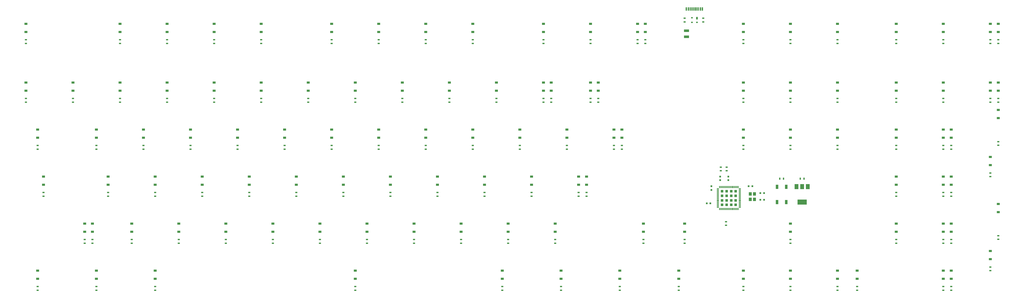
<source format=gbp>
G04 #@! TF.GenerationSoftware,KiCad,Pcbnew,(5.0.0)*
G04 #@! TF.CreationDate,2019-02-16T19:44:34-08:00*
G04 #@! TF.ProjectId,Voyager104,566F79616765723130342E6B69636164,rev?*
G04 #@! TF.SameCoordinates,Original*
G04 #@! TF.FileFunction,Paste,Bot*
G04 #@! TF.FilePolarity,Positive*
%FSLAX46Y46*%
G04 Gerber Fmt 4.6, Leading zero omitted, Abs format (unit mm)*
G04 Created by KiCad (PCBNEW (5.0.0)) date 02/16/19 19:44:34*
%MOMM*%
%LPD*%
G01*
G04 APERTURE LIST*
%ADD10R,1.200000X0.900000*%
%ADD11R,0.750000X0.800000*%
%ADD12R,0.800000X0.750000*%
%ADD13R,2.030000X1.140000*%
%ADD14R,1.500000X2.000000*%
%ADD15R,3.800000X2.000000*%
%ADD16R,0.900000X0.500000*%
%ADD17R,0.500000X0.900000*%
%ADD18R,0.700000X0.600000*%
%ADD19R,0.700000X1.000000*%
%ADD20R,0.300000X1.450000*%
%ADD21R,0.600000X1.450000*%
%ADD22R,1.200000X1.400000*%
%ADD23R,1.100000X1.800000*%
%ADD24R,1.102500X1.102500*%
%ADD25R,0.850000X0.300000*%
%ADD26R,0.300000X0.850000*%
G04 APERTURE END LIST*
D10*
G04 #@! TO.C,D84*
X60325000Y-139762500D03*
X60325000Y-136462500D03*
G04 #@! TD*
D11*
G04 #@! TO.C,C2*
X339979000Y-99810000D03*
X339979000Y-98310000D03*
G04 #@! TD*
D12*
G04 #@! TO.C,C3*
X354476750Y-107791250D03*
X352976750Y-107791250D03*
G04 #@! TD*
G04 #@! TO.C,C4*
X352976750Y-105013125D03*
X354476750Y-105013125D03*
G04 #@! TD*
D11*
G04 #@! TO.C,C5*
X336661125Y-99810000D03*
X336661125Y-98310000D03*
G04 #@! TD*
D12*
G04 #@! TO.C,C6*
X332728000Y-109220000D03*
X331228000Y-109220000D03*
G04 #@! TD*
D11*
G04 #@! TO.C,C7*
X333089250Y-102247000D03*
X333089250Y-103747000D03*
G04 #@! TD*
D12*
G04 #@! TO.C,C8*
X349714250Y-102235000D03*
X348214250Y-102235000D03*
G04 #@! TD*
D10*
G04 #@! TO.C,D1*
X55562500Y-39750000D03*
X55562500Y-36450000D03*
G04 #@! TD*
G04 #@! TO.C,D2*
X93662500Y-39750000D03*
X93662500Y-36450000D03*
G04 #@! TD*
G04 #@! TO.C,D3*
X112712500Y-36450000D03*
X112712500Y-39750000D03*
G04 #@! TD*
G04 #@! TO.C,D4*
X131762500Y-39750000D03*
X131762500Y-36450000D03*
G04 #@! TD*
G04 #@! TO.C,D5*
X150812500Y-36450000D03*
X150812500Y-39750000D03*
G04 #@! TD*
G04 #@! TO.C,D6*
X179387500Y-39750000D03*
X179387500Y-36450000D03*
G04 #@! TD*
G04 #@! TO.C,D7*
X198437500Y-39750000D03*
X198437500Y-36450000D03*
G04 #@! TD*
G04 #@! TO.C,D8*
X217487500Y-39750000D03*
X217487500Y-36450000D03*
G04 #@! TD*
G04 #@! TO.C,D9*
X236537500Y-39750000D03*
X236537500Y-36450000D03*
G04 #@! TD*
G04 #@! TO.C,D10*
X265112500Y-36450000D03*
X265112500Y-39750000D03*
G04 #@! TD*
G04 #@! TO.C,D11*
X284162500Y-36450000D03*
X284162500Y-39750000D03*
G04 #@! TD*
G04 #@! TO.C,D12*
X303212500Y-39750000D03*
X303212500Y-36450000D03*
G04 #@! TD*
G04 #@! TO.C,D13*
X306387500Y-39750000D03*
X306387500Y-36450000D03*
G04 #@! TD*
G04 #@! TO.C,D14*
X79375000Y-117412500D03*
X79375000Y-120712500D03*
G04 #@! TD*
G04 #@! TO.C,D17*
X55562500Y-60262500D03*
X55562500Y-63562500D03*
G04 #@! TD*
G04 #@! TO.C,D18*
X74612500Y-60262500D03*
X74612500Y-63562500D03*
G04 #@! TD*
G04 #@! TO.C,D19*
X93662500Y-60262500D03*
X93662500Y-63562500D03*
G04 #@! TD*
G04 #@! TO.C,D20*
X112712500Y-60262500D03*
X112712500Y-63562500D03*
G04 #@! TD*
G04 #@! TO.C,D21*
X131762500Y-63562500D03*
X131762500Y-60262500D03*
G04 #@! TD*
G04 #@! TO.C,D22*
X150812500Y-63562500D03*
X150812500Y-60262500D03*
G04 #@! TD*
G04 #@! TO.C,D23*
X169862500Y-60262500D03*
X169862500Y-63562500D03*
G04 #@! TD*
G04 #@! TO.C,D24*
X188912500Y-60262500D03*
X188912500Y-63562500D03*
G04 #@! TD*
G04 #@! TO.C,D25*
X207962500Y-63562500D03*
X207962500Y-60262500D03*
G04 #@! TD*
G04 #@! TO.C,D26*
X227012500Y-63562500D03*
X227012500Y-60262500D03*
G04 #@! TD*
G04 #@! TO.C,D27*
X246062500Y-63562500D03*
X246062500Y-60262500D03*
G04 #@! TD*
G04 #@! TO.C,D28*
X265112500Y-60262500D03*
X265112500Y-63562500D03*
G04 #@! TD*
G04 #@! TO.C,D29*
X268287500Y-60262500D03*
X268287500Y-63562500D03*
G04 #@! TD*
G04 #@! TO.C,D30*
X284162500Y-63562500D03*
X284162500Y-60262500D03*
G04 #@! TD*
G04 #@! TO.C,D31*
X287337500Y-60262500D03*
X287337500Y-63562500D03*
G04 #@! TD*
G04 #@! TO.C,D35*
X60325000Y-82612500D03*
X60325000Y-79312500D03*
G04 #@! TD*
G04 #@! TO.C,D36*
X84137500Y-79312500D03*
X84137500Y-82612500D03*
G04 #@! TD*
G04 #@! TO.C,D37*
X103187500Y-82612500D03*
X103187500Y-79312500D03*
G04 #@! TD*
G04 #@! TO.C,D38*
X122237500Y-79312500D03*
X122237500Y-82612500D03*
G04 #@! TD*
G04 #@! TO.C,D39*
X141287500Y-82612500D03*
X141287500Y-79312500D03*
G04 #@! TD*
G04 #@! TO.C,D40*
X160337500Y-79312500D03*
X160337500Y-82612500D03*
G04 #@! TD*
G04 #@! TO.C,D41*
X179387500Y-82612500D03*
X179387500Y-79312500D03*
G04 #@! TD*
G04 #@! TO.C,D42*
X198437500Y-82612500D03*
X198437500Y-79312500D03*
G04 #@! TD*
G04 #@! TO.C,D43*
X217487500Y-82612500D03*
X217487500Y-79312500D03*
G04 #@! TD*
G04 #@! TO.C,D44*
X236537500Y-82612500D03*
X236537500Y-79312500D03*
G04 #@! TD*
G04 #@! TO.C,D45*
X255587500Y-79312500D03*
X255587500Y-82612500D03*
G04 #@! TD*
G04 #@! TO.C,D46*
X274637500Y-79312500D03*
X274637500Y-82612500D03*
G04 #@! TD*
G04 #@! TO.C,D47*
X293687500Y-79312500D03*
X293687500Y-82612500D03*
G04 #@! TD*
G04 #@! TO.C,D48*
X296862500Y-82612500D03*
X296862500Y-79312500D03*
G04 #@! TD*
G04 #@! TO.C,D52*
X62706250Y-98362500D03*
X62706250Y-101662500D03*
G04 #@! TD*
G04 #@! TO.C,D53*
X88900000Y-98362500D03*
X88900000Y-101662500D03*
G04 #@! TD*
G04 #@! TO.C,D54*
X107950000Y-101662500D03*
X107950000Y-98362500D03*
G04 #@! TD*
G04 #@! TO.C,D55*
X127000000Y-101662500D03*
X127000000Y-98362500D03*
G04 #@! TD*
G04 #@! TO.C,D56*
X146050000Y-98362500D03*
X146050000Y-101662500D03*
G04 #@! TD*
G04 #@! TO.C,D57*
X165100000Y-98362500D03*
X165100000Y-101662500D03*
G04 #@! TD*
G04 #@! TO.C,D58*
X184150000Y-101662500D03*
X184150000Y-98362500D03*
G04 #@! TD*
G04 #@! TO.C,D59*
X203200000Y-101662500D03*
X203200000Y-98362500D03*
G04 #@! TD*
G04 #@! TO.C,D60*
X222250000Y-98362500D03*
X222250000Y-101662500D03*
G04 #@! TD*
G04 #@! TO.C,D61*
X241300000Y-98362500D03*
X241300000Y-101662500D03*
G04 #@! TD*
G04 #@! TO.C,D62*
X260350000Y-101662500D03*
X260350000Y-98362500D03*
G04 #@! TD*
G04 #@! TO.C,D63*
X279400000Y-101662500D03*
X279400000Y-98362500D03*
G04 #@! TD*
G04 #@! TO.C,D65*
X282575000Y-98362500D03*
X282575000Y-101662500D03*
G04 #@! TD*
G04 #@! TO.C,D66*
X322262500Y-120712500D03*
X322262500Y-117412500D03*
G04 #@! TD*
G04 #@! TO.C,D67*
X82550000Y-117412500D03*
X82550000Y-120712500D03*
G04 #@! TD*
G04 #@! TO.C,D68*
X98425000Y-117412500D03*
X98425000Y-120712500D03*
G04 #@! TD*
G04 #@! TO.C,D69*
X117475000Y-117412500D03*
X117475000Y-120712500D03*
G04 #@! TD*
G04 #@! TO.C,D70*
X136525000Y-120712500D03*
X136525000Y-117412500D03*
G04 #@! TD*
G04 #@! TO.C,D71*
X155575000Y-120712500D03*
X155575000Y-117412500D03*
G04 #@! TD*
G04 #@! TO.C,D72*
X174625000Y-117412500D03*
X174625000Y-120712500D03*
G04 #@! TD*
G04 #@! TO.C,D73*
X193675000Y-120712500D03*
X193675000Y-117412500D03*
G04 #@! TD*
G04 #@! TO.C,D74*
X212725000Y-117412500D03*
X212725000Y-120712500D03*
G04 #@! TD*
G04 #@! TO.C,D75*
X231775000Y-120712500D03*
X231775000Y-117412500D03*
G04 #@! TD*
G04 #@! TO.C,D76*
X250825000Y-117412500D03*
X250825000Y-120712500D03*
G04 #@! TD*
G04 #@! TO.C,D77*
X269875000Y-120712500D03*
X269875000Y-117412500D03*
G04 #@! TD*
G04 #@! TO.C,D78*
X305593750Y-117412500D03*
X305593750Y-120712500D03*
G04 #@! TD*
G04 #@! TO.C,D81*
X296068750Y-139762500D03*
X296068750Y-136462500D03*
G04 #@! TD*
G04 #@! TO.C,D82*
X319881250Y-136462500D03*
X319881250Y-139762500D03*
G04 #@! TD*
G04 #@! TO.C,D85*
X84137500Y-139762500D03*
X84137500Y-136462500D03*
G04 #@! TD*
G04 #@! TO.C,D86*
X107950000Y-139762500D03*
X107950000Y-136462500D03*
G04 #@! TD*
G04 #@! TO.C,D87*
X188912500Y-136462500D03*
X188912500Y-139762500D03*
G04 #@! TD*
G04 #@! TO.C,D90*
X248443750Y-136462500D03*
X248443750Y-139762500D03*
G04 #@! TD*
G04 #@! TO.C,D91*
X272256250Y-139762500D03*
X272256250Y-136462500D03*
G04 #@! TD*
G04 #@! TO.C,D92*
X346075000Y-36450000D03*
X346075000Y-39750000D03*
G04 #@! TD*
G04 #@! TO.C,D93*
X365125000Y-36450000D03*
X365125000Y-39750000D03*
G04 #@! TD*
G04 #@! TO.C,D94*
X384175000Y-36450000D03*
X384175000Y-39750000D03*
G04 #@! TD*
G04 #@! TO.C,D95*
X346075000Y-63562500D03*
X346075000Y-60262500D03*
G04 #@! TD*
G04 #@! TO.C,D96*
X365125000Y-60262500D03*
X365125000Y-63562500D03*
G04 #@! TD*
G04 #@! TO.C,D97*
X384175000Y-63562500D03*
X384175000Y-60262500D03*
G04 #@! TD*
G04 #@! TO.C,D99*
X346075000Y-79312500D03*
X346075000Y-82612500D03*
G04 #@! TD*
G04 #@! TO.C,D100*
X365125000Y-82612500D03*
X365125000Y-79312500D03*
G04 #@! TD*
G04 #@! TO.C,D101*
X384175000Y-79312500D03*
X384175000Y-82612500D03*
G04 #@! TD*
G04 #@! TO.C,D108*
X365125000Y-120712500D03*
X365125000Y-117412500D03*
G04 #@! TD*
G04 #@! TO.C,D111*
X346075000Y-139762500D03*
X346075000Y-136462500D03*
G04 #@! TD*
G04 #@! TO.C,D112*
X365125000Y-139762500D03*
X365125000Y-136462500D03*
G04 #@! TD*
G04 #@! TO.C,D113*
X384175000Y-136462500D03*
X384175000Y-139762500D03*
G04 #@! TD*
D13*
G04 #@! TO.C,F1*
X323056250Y-39281250D03*
X323056250Y-41681250D03*
G04 #@! TD*
D14*
G04 #@! TO.C,Q1*
X367587500Y-102418750D03*
X372187500Y-102418750D03*
X369887500Y-102418750D03*
D15*
X369887500Y-108718750D03*
G04 #@! TD*
D16*
G04 #@! TO.C,R1*
X55562500Y-42906250D03*
X55562500Y-44406250D03*
G04 #@! TD*
G04 #@! TO.C,R2*
X93662500Y-44406250D03*
X93662500Y-42906250D03*
G04 #@! TD*
G04 #@! TO.C,R3*
X112712500Y-44406250D03*
X112712500Y-42906250D03*
G04 #@! TD*
G04 #@! TO.C,R4*
X131762500Y-42906250D03*
X131762500Y-44406250D03*
G04 #@! TD*
G04 #@! TO.C,R5*
X150812500Y-44406250D03*
X150812500Y-42906250D03*
G04 #@! TD*
G04 #@! TO.C,R6*
X179387500Y-44406250D03*
X179387500Y-42906250D03*
G04 #@! TD*
G04 #@! TO.C,R7*
X198437500Y-44406250D03*
X198437500Y-42906250D03*
G04 #@! TD*
G04 #@! TO.C,R8*
X217487500Y-42906250D03*
X217487500Y-44406250D03*
G04 #@! TD*
G04 #@! TO.C,R9*
X236537500Y-42906250D03*
X236537500Y-44406250D03*
G04 #@! TD*
G04 #@! TO.C,R10*
X265112500Y-42906250D03*
X265112500Y-44406250D03*
G04 #@! TD*
G04 #@! TO.C,R11*
X284162500Y-42906250D03*
X284162500Y-44406250D03*
G04 #@! TD*
G04 #@! TO.C,R12*
X303212500Y-42906250D03*
X303212500Y-44406250D03*
G04 #@! TD*
G04 #@! TO.C,R13*
X306387500Y-42906250D03*
X306387500Y-44406250D03*
G04 #@! TD*
G04 #@! TO.C,R14*
X79375000Y-125368750D03*
X79375000Y-123868750D03*
G04 #@! TD*
G04 #@! TO.C,R16*
X346075000Y-44406250D03*
X346075000Y-42906250D03*
G04 #@! TD*
G04 #@! TO.C,R17*
X55562500Y-68218750D03*
X55562500Y-66718750D03*
G04 #@! TD*
G04 #@! TO.C,R18*
X74612500Y-66718750D03*
X74612500Y-68218750D03*
G04 #@! TD*
G04 #@! TO.C,R19*
X93662500Y-66718750D03*
X93662500Y-68218750D03*
G04 #@! TD*
G04 #@! TO.C,R20*
X112712500Y-68218750D03*
X112712500Y-66718750D03*
G04 #@! TD*
G04 #@! TO.C,R21*
X131762500Y-66718750D03*
X131762500Y-68218750D03*
G04 #@! TD*
G04 #@! TO.C,R22*
X150812500Y-66718750D03*
X150812500Y-68218750D03*
G04 #@! TD*
G04 #@! TO.C,R23*
X169862500Y-68218750D03*
X169862500Y-66718750D03*
G04 #@! TD*
G04 #@! TO.C,R24*
X188912500Y-68218750D03*
X188912500Y-66718750D03*
G04 #@! TD*
G04 #@! TO.C,R25*
X207962500Y-66718750D03*
X207962500Y-68218750D03*
G04 #@! TD*
G04 #@! TO.C,R26*
X227012500Y-66718750D03*
X227012500Y-68218750D03*
G04 #@! TD*
G04 #@! TO.C,R27*
X246062500Y-68218750D03*
X246062500Y-66718750D03*
G04 #@! TD*
G04 #@! TO.C,R28*
X265112500Y-68218750D03*
X265112500Y-66718750D03*
G04 #@! TD*
G04 #@! TO.C,R29*
X268287500Y-68218750D03*
X268287500Y-66718750D03*
G04 #@! TD*
G04 #@! TO.C,R30*
X287337500Y-66718750D03*
X287337500Y-68218750D03*
G04 #@! TD*
G04 #@! TO.C,R31*
X284162500Y-68218750D03*
X284162500Y-66718750D03*
G04 #@! TD*
G04 #@! TO.C,R32*
X365125000Y-42906250D03*
X365125000Y-44406250D03*
G04 #@! TD*
G04 #@! TO.C,R33*
X384175000Y-42906250D03*
X384175000Y-44406250D03*
G04 #@! TD*
G04 #@! TO.C,R35*
X60325000Y-85768750D03*
X60325000Y-87268750D03*
G04 #@! TD*
G04 #@! TO.C,R36*
X84137500Y-87268750D03*
X84137500Y-85768750D03*
G04 #@! TD*
G04 #@! TO.C,R37*
X103187500Y-85768750D03*
X103187500Y-87268750D03*
G04 #@! TD*
G04 #@! TO.C,R38*
X122237500Y-85768750D03*
X122237500Y-87268750D03*
G04 #@! TD*
G04 #@! TO.C,R39*
X141287500Y-87268750D03*
X141287500Y-85768750D03*
G04 #@! TD*
G04 #@! TO.C,R40*
X160337500Y-85768750D03*
X160337500Y-87268750D03*
G04 #@! TD*
G04 #@! TO.C,R41*
X179387500Y-87268750D03*
X179387500Y-85768750D03*
G04 #@! TD*
G04 #@! TO.C,R42*
X198437500Y-87268750D03*
X198437500Y-85768750D03*
G04 #@! TD*
G04 #@! TO.C,R43*
X217487500Y-87268750D03*
X217487500Y-85768750D03*
G04 #@! TD*
G04 #@! TO.C,R44*
X236537500Y-87268750D03*
X236537500Y-85768750D03*
G04 #@! TD*
G04 #@! TO.C,R45*
X255587500Y-87268750D03*
X255587500Y-85768750D03*
G04 #@! TD*
G04 #@! TO.C,R46*
X274637500Y-85768750D03*
X274637500Y-87268750D03*
G04 #@! TD*
G04 #@! TO.C,R47*
X293687500Y-85768750D03*
X293687500Y-87268750D03*
G04 #@! TD*
G04 #@! TO.C,R48*
X296862500Y-87268750D03*
X296862500Y-85768750D03*
G04 #@! TD*
G04 #@! TO.C,R52*
X62706250Y-106318750D03*
X62706250Y-104818750D03*
G04 #@! TD*
G04 #@! TO.C,R53*
X88900000Y-104818750D03*
X88900000Y-106318750D03*
G04 #@! TD*
G04 #@! TO.C,R54*
X107950000Y-104818750D03*
X107950000Y-106318750D03*
G04 #@! TD*
G04 #@! TO.C,R55*
X127000000Y-106318750D03*
X127000000Y-104818750D03*
G04 #@! TD*
G04 #@! TO.C,R56*
X146050000Y-106318750D03*
X146050000Y-104818750D03*
G04 #@! TD*
G04 #@! TO.C,R57*
X165100000Y-104818750D03*
X165100000Y-106318750D03*
G04 #@! TD*
G04 #@! TO.C,R58*
X184150000Y-104818750D03*
X184150000Y-106318750D03*
G04 #@! TD*
G04 #@! TO.C,R59*
X203200000Y-106318750D03*
X203200000Y-104818750D03*
G04 #@! TD*
G04 #@! TO.C,R60*
X222250000Y-106318750D03*
X222250000Y-104818750D03*
G04 #@! TD*
G04 #@! TO.C,R61*
X241300000Y-104818750D03*
X241300000Y-106318750D03*
G04 #@! TD*
G04 #@! TO.C,R62*
X260350000Y-104818750D03*
X260350000Y-106318750D03*
G04 #@! TD*
G04 #@! TO.C,R63*
X279400000Y-106318750D03*
X279400000Y-104818750D03*
G04 #@! TD*
G04 #@! TO.C,R65*
X282575000Y-106318750D03*
X282575000Y-104818750D03*
G04 #@! TD*
G04 #@! TO.C,R66*
X322262500Y-123868750D03*
X322262500Y-125368750D03*
G04 #@! TD*
G04 #@! TO.C,R67*
X82550000Y-125368750D03*
X82550000Y-123868750D03*
G04 #@! TD*
G04 #@! TO.C,R68*
X98425000Y-123868750D03*
X98425000Y-125368750D03*
G04 #@! TD*
G04 #@! TO.C,R69*
X117475000Y-123868750D03*
X117475000Y-125368750D03*
G04 #@! TD*
G04 #@! TO.C,R70*
X136525000Y-123868750D03*
X136525000Y-125368750D03*
G04 #@! TD*
G04 #@! TO.C,R71*
X155575000Y-125368750D03*
X155575000Y-123868750D03*
G04 #@! TD*
G04 #@! TO.C,R72*
X174625000Y-123868750D03*
X174625000Y-125368750D03*
G04 #@! TD*
G04 #@! TO.C,R73*
X193675000Y-125368750D03*
X193675000Y-123868750D03*
G04 #@! TD*
G04 #@! TO.C,R74*
X212725000Y-123868750D03*
X212725000Y-125368750D03*
G04 #@! TD*
G04 #@! TO.C,R75*
X231775000Y-125368750D03*
X231775000Y-123868750D03*
G04 #@! TD*
G04 #@! TO.C,R76*
X250825000Y-123868750D03*
X250825000Y-125368750D03*
G04 #@! TD*
G04 #@! TO.C,R77*
X269875000Y-125368750D03*
X269875000Y-123868750D03*
G04 #@! TD*
G04 #@! TO.C,R78*
X305593750Y-123868750D03*
X305593750Y-125368750D03*
G04 #@! TD*
G04 #@! TO.C,R81*
X296068750Y-142918750D03*
X296068750Y-144418750D03*
G04 #@! TD*
G04 #@! TO.C,R82*
X319881250Y-144418750D03*
X319881250Y-142918750D03*
G04 #@! TD*
G04 #@! TO.C,R84*
X60325000Y-142918750D03*
X60325000Y-144418750D03*
G04 #@! TD*
G04 #@! TO.C,R85*
X84137500Y-144418750D03*
X84137500Y-142918750D03*
G04 #@! TD*
G04 #@! TO.C,R86*
X107950000Y-144418750D03*
X107950000Y-142918750D03*
G04 #@! TD*
G04 #@! TO.C,R87*
X188912500Y-142918750D03*
X188912500Y-144418750D03*
G04 #@! TD*
G04 #@! TO.C,R90*
X248443750Y-142918750D03*
X248443750Y-144418750D03*
G04 #@! TD*
G04 #@! TO.C,R91*
X272256250Y-142918750D03*
X272256250Y-144418750D03*
G04 #@! TD*
G04 #@! TO.C,R95*
X346075000Y-68218750D03*
X346075000Y-66718750D03*
G04 #@! TD*
G04 #@! TO.C,R96*
X365125000Y-66718750D03*
X365125000Y-68218750D03*
G04 #@! TD*
G04 #@! TO.C,R97*
X384175000Y-68218750D03*
X384175000Y-66718750D03*
G04 #@! TD*
G04 #@! TO.C,R99*
X346075000Y-87268750D03*
X346075000Y-85768750D03*
G04 #@! TD*
G04 #@! TO.C,R100*
X365125000Y-87268750D03*
X365125000Y-85768750D03*
G04 #@! TD*
G04 #@! TO.C,R101*
X384175000Y-87268750D03*
X384175000Y-85768750D03*
G04 #@! TD*
G04 #@! TO.C,R108*
X365125000Y-123868750D03*
X365125000Y-125368750D03*
G04 #@! TD*
G04 #@! TO.C,R111*
X346075000Y-144418750D03*
X346075000Y-142918750D03*
G04 #@! TD*
G04 #@! TO.C,R112*
X365125000Y-142918750D03*
X365125000Y-144418750D03*
G04 #@! TD*
G04 #@! TO.C,R113*
X384175000Y-144418750D03*
X384175000Y-142918750D03*
G04 #@! TD*
G04 #@! TO.C,RC1*
X336946875Y-94500000D03*
X336946875Y-96000000D03*
G04 #@! TD*
G04 #@! TO.C,RC2*
X339328125Y-96000000D03*
X339328125Y-94500000D03*
G04 #@! TD*
D17*
G04 #@! TO.C,RC3*
X360803125Y-99218750D03*
X362303125Y-99218750D03*
G04 #@! TD*
D16*
G04 #@! TO.C,RC4*
X339090000Y-118098000D03*
X339090000Y-116598000D03*
G04 #@! TD*
D17*
G04 #@! TO.C,RC5*
X370637500Y-99218750D03*
X369137500Y-99218750D03*
G04 #@! TD*
D16*
G04 #@! TO.C,RC6*
X322262500Y-35675000D03*
X322262500Y-34175000D03*
G04 #@! TD*
G04 #@! TO.C,RC7*
X329803125Y-35675000D03*
X329803125Y-34175000D03*
G04 #@! TD*
D18*
G04 #@! TO.C,U2*
X325263000Y-35875000D03*
X327263000Y-35875000D03*
X325263000Y-33975000D03*
D19*
X327263000Y-34175000D03*
G04 #@! TD*
D20*
G04 #@! TO.C,USB1*
X325981250Y-30428000D03*
X326481250Y-30428000D03*
X326981250Y-30428000D03*
X325481250Y-30428000D03*
X327481250Y-30428000D03*
X324981250Y-30428000D03*
X327981250Y-30428000D03*
X324481250Y-30428000D03*
D21*
X323781250Y-30428000D03*
X328681250Y-30428000D03*
X323006250Y-30428000D03*
X329456250Y-30428000D03*
G04 #@! TD*
D22*
G04 #@! TO.C,Y1*
X350592125Y-107541875D03*
X350592125Y-105341875D03*
X348892125Y-105341875D03*
X348892125Y-107541875D03*
G04 #@! TD*
D23*
G04 #@! TO.C,SW1*
X363403125Y-108668750D03*
X359703125Y-102468750D03*
X359703125Y-108668750D03*
X363403125Y-102468750D03*
G04 #@! TD*
D24*
G04 #@! TO.C,U1*
X337460875Y-104288875D03*
X339298375Y-104288875D03*
X341135875Y-104288875D03*
X342973375Y-104288875D03*
X337460875Y-106126375D03*
X339298375Y-106126375D03*
X341135875Y-106126375D03*
X342973375Y-106126375D03*
X337460875Y-107963875D03*
X339298375Y-107963875D03*
X341135875Y-107963875D03*
X342973375Y-107963875D03*
X337460875Y-109801375D03*
X339298375Y-109801375D03*
X341135875Y-109801375D03*
X342973375Y-109801375D03*
D25*
X335767125Y-103295125D03*
X335767125Y-103795125D03*
X335767125Y-104295125D03*
X335767125Y-104795125D03*
X335767125Y-105295125D03*
X335767125Y-105795125D03*
X335767125Y-106295125D03*
X335767125Y-106795125D03*
X335767125Y-107295125D03*
X335767125Y-107795125D03*
X335767125Y-108295125D03*
X335767125Y-108795125D03*
X335767125Y-109295125D03*
X335767125Y-109795125D03*
X335767125Y-110295125D03*
X335767125Y-110795125D03*
D26*
X336467125Y-111495125D03*
X336967125Y-111495125D03*
X337467125Y-111495125D03*
X337967125Y-111495125D03*
X338467125Y-111495125D03*
X338967125Y-111495125D03*
X339467125Y-111495125D03*
X339967125Y-111495125D03*
X340467125Y-111495125D03*
X340967125Y-111495125D03*
X341467125Y-111495125D03*
X341967125Y-111495125D03*
X342467125Y-111495125D03*
X342967125Y-111495125D03*
X343467125Y-111495125D03*
X343967125Y-111495125D03*
D25*
X344667125Y-110795125D03*
X344667125Y-110295125D03*
X344667125Y-109795125D03*
X344667125Y-109295125D03*
X344667125Y-108795125D03*
X344667125Y-108295125D03*
X344667125Y-107795125D03*
X344667125Y-107295125D03*
X344667125Y-106795125D03*
X344667125Y-106295125D03*
X344667125Y-105795125D03*
X344667125Y-105295125D03*
X344667125Y-104795125D03*
X344667125Y-104295125D03*
X344667125Y-103795125D03*
X344667125Y-103295125D03*
D26*
X343967125Y-102595125D03*
X343467125Y-102595125D03*
X342967125Y-102595125D03*
X342467125Y-102595125D03*
X341967125Y-102595125D03*
X341467125Y-102595125D03*
X340967125Y-102595125D03*
X340467125Y-102595125D03*
X339967125Y-102595125D03*
X339467125Y-102595125D03*
X338967125Y-102595125D03*
X338467125Y-102595125D03*
X337967125Y-102595125D03*
X337467125Y-102595125D03*
X336967125Y-102595125D03*
X336467125Y-102595125D03*
G04 #@! TD*
D10*
G04 #@! TO.C,D15*
X407987500Y-36450000D03*
X407987500Y-39750000D03*
G04 #@! TD*
G04 #@! TO.C,D16*
X427037500Y-39750000D03*
X427037500Y-36450000D03*
G04 #@! TD*
G04 #@! TO.C,D32*
X446087500Y-36450000D03*
X446087500Y-39750000D03*
G04 #@! TD*
G04 #@! TO.C,D33*
X449262500Y-39750000D03*
X449262500Y-36450000D03*
G04 #@! TD*
G04 #@! TO.C,D34*
X407987500Y-63562500D03*
X407987500Y-60262500D03*
G04 #@! TD*
G04 #@! TO.C,D49*
X427037500Y-63562500D03*
X427037500Y-60262500D03*
G04 #@! TD*
G04 #@! TO.C,D50*
X446087500Y-63562500D03*
X446087500Y-60262500D03*
G04 #@! TD*
G04 #@! TO.C,D51*
X449262500Y-60262500D03*
X449262500Y-63562500D03*
G04 #@! TD*
G04 #@! TO.C,D64*
X407987500Y-82612500D03*
X407987500Y-79312500D03*
G04 #@! TD*
G04 #@! TO.C,D79*
X427037500Y-79312500D03*
X427037500Y-82612500D03*
G04 #@! TD*
G04 #@! TO.C,D80*
X430212500Y-82612500D03*
X430212500Y-79312500D03*
G04 #@! TD*
G04 #@! TO.C,D83*
X449262500Y-74675000D03*
X449262500Y-71375000D03*
G04 #@! TD*
G04 #@! TO.C,D88*
X407987500Y-98362500D03*
X407987500Y-101662500D03*
G04 #@! TD*
G04 #@! TO.C,D89*
X427037500Y-101662500D03*
X427037500Y-98362500D03*
G04 #@! TD*
G04 #@! TO.C,D98*
X430212500Y-98362500D03*
X430212500Y-101662500D03*
G04 #@! TD*
G04 #@! TO.C,D102*
X446087500Y-90425000D03*
X446087500Y-93725000D03*
G04 #@! TD*
G04 #@! TO.C,D103*
X407987500Y-117412500D03*
X407987500Y-120712500D03*
G04 #@! TD*
G04 #@! TO.C,D104*
X427037500Y-117412500D03*
X427037500Y-120712500D03*
G04 #@! TD*
G04 #@! TO.C,D105*
X430212500Y-120712500D03*
X430212500Y-117412500D03*
G04 #@! TD*
G04 #@! TO.C,D106*
X449262500Y-112775000D03*
X449262500Y-109475000D03*
G04 #@! TD*
G04 #@! TO.C,D107*
X392112500Y-139762500D03*
X392112500Y-136462500D03*
G04 #@! TD*
G04 #@! TO.C,D109*
X427037500Y-136462500D03*
X427037500Y-139762500D03*
G04 #@! TD*
G04 #@! TO.C,D110*
X430212500Y-136462500D03*
X430212500Y-139762500D03*
G04 #@! TD*
G04 #@! TO.C,D114*
X446087500Y-128525000D03*
X446087500Y-131825000D03*
G04 #@! TD*
D16*
G04 #@! TO.C,R15*
X407987500Y-44406250D03*
X407987500Y-42906250D03*
G04 #@! TD*
G04 #@! TO.C,R34*
X427037500Y-44406250D03*
X427037500Y-42906250D03*
G04 #@! TD*
G04 #@! TO.C,R49*
X446087500Y-42906250D03*
X446087500Y-44406250D03*
G04 #@! TD*
G04 #@! TO.C,R50*
X449262500Y-42906250D03*
X449262500Y-44406250D03*
G04 #@! TD*
G04 #@! TO.C,R51*
X407987500Y-66718750D03*
X407987500Y-68218750D03*
G04 #@! TD*
G04 #@! TO.C,R64*
X427037500Y-68218750D03*
X427037500Y-66718750D03*
G04 #@! TD*
G04 #@! TO.C,R79*
X446087500Y-66718750D03*
X446087500Y-68218750D03*
G04 #@! TD*
G04 #@! TO.C,R80*
X449262500Y-68218750D03*
X449262500Y-66718750D03*
G04 #@! TD*
G04 #@! TO.C,R83*
X407987500Y-85768750D03*
X407987500Y-87268750D03*
G04 #@! TD*
G04 #@! TO.C,R88*
X427037500Y-85768750D03*
X427037500Y-87268750D03*
G04 #@! TD*
G04 #@! TO.C,R89*
X430212500Y-87268750D03*
X430212500Y-85768750D03*
G04 #@! TD*
G04 #@! TO.C,R92*
X449262500Y-85681250D03*
X449262500Y-84181250D03*
G04 #@! TD*
G04 #@! TO.C,R93*
X407987500Y-104818750D03*
X407987500Y-106318750D03*
G04 #@! TD*
G04 #@! TO.C,R94*
X427037500Y-106318750D03*
X427037500Y-104818750D03*
G04 #@! TD*
G04 #@! TO.C,R98*
X430212500Y-104818750D03*
X430212500Y-106318750D03*
G04 #@! TD*
G04 #@! TO.C,R102*
X446087500Y-96881250D03*
X446087500Y-98381250D03*
G04 #@! TD*
G04 #@! TO.C,R103*
X407987500Y-125368750D03*
X407987500Y-123868750D03*
G04 #@! TD*
G04 #@! TO.C,R104*
X427037500Y-125368750D03*
X427037500Y-123868750D03*
G04 #@! TD*
G04 #@! TO.C,R105*
X430212500Y-125368750D03*
X430212500Y-123868750D03*
G04 #@! TD*
G04 #@! TO.C,R106*
X449262500Y-123781250D03*
X449262500Y-122281250D03*
G04 #@! TD*
G04 #@! TO.C,R107*
X392112500Y-142918750D03*
X392112500Y-144418750D03*
G04 #@! TD*
G04 #@! TO.C,R109*
X427037500Y-144418750D03*
X427037500Y-142918750D03*
G04 #@! TD*
G04 #@! TO.C,R110*
X430212500Y-142918750D03*
X430212500Y-144418750D03*
G04 #@! TD*
G04 #@! TO.C,R114*
X446087500Y-134981250D03*
X446087500Y-136481250D03*
G04 #@! TD*
M02*

</source>
